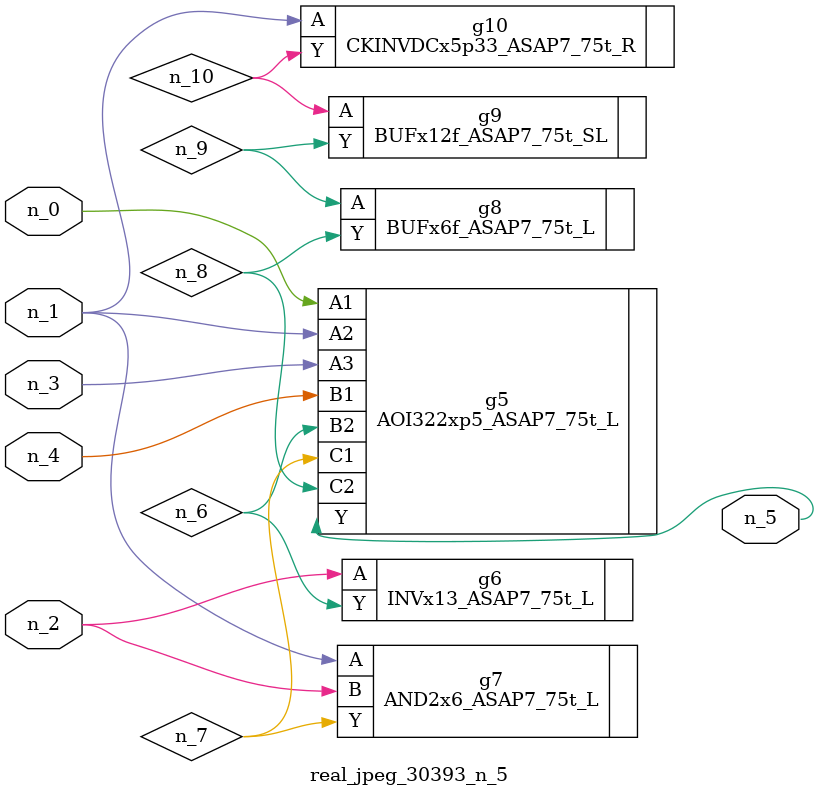
<source format=v>
module real_jpeg_30393_n_5 (n_4, n_0, n_1, n_2, n_3, n_5);

input n_4;
input n_0;
input n_1;
input n_2;
input n_3;

output n_5;

wire n_8;
wire n_6;
wire n_7;
wire n_10;
wire n_9;

AOI322xp5_ASAP7_75t_L g5 ( 
.A1(n_0),
.A2(n_1),
.A3(n_3),
.B1(n_4),
.B2(n_6),
.C1(n_7),
.C2(n_8),
.Y(n_5)
);

AND2x6_ASAP7_75t_L g7 ( 
.A(n_1),
.B(n_2),
.Y(n_7)
);

CKINVDCx5p33_ASAP7_75t_R g10 ( 
.A(n_1),
.Y(n_10)
);

INVx13_ASAP7_75t_L g6 ( 
.A(n_2),
.Y(n_6)
);

BUFx6f_ASAP7_75t_L g8 ( 
.A(n_9),
.Y(n_8)
);

BUFx12f_ASAP7_75t_SL g9 ( 
.A(n_10),
.Y(n_9)
);


endmodule
</source>
